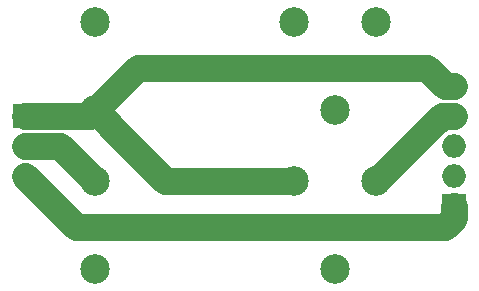
<source format=gbr>
G04 #@! TF.FileFunction,Copper,L1,Top,Signal*
%FSLAX46Y46*%
G04 Gerber Fmt 4.6, Leading zero omitted, Abs format (unit mm)*
G04 Created by KiCad (PCBNEW 4.0.7) date 02/15/19 15:12:50*
%MOMM*%
%LPD*%
G01*
G04 APERTURE LIST*
%ADD10C,0.100000*%
%ADD11C,2.500000*%
%ADD12O,1.998980X1.998980*%
%ADD13R,1.998980X1.998980*%
%ADD14C,2.300000*%
G04 APERTURE END LIST*
D10*
D11*
X125336000Y-85919000D03*
X125336000Y-78419000D03*
X145636000Y-85919000D03*
X149136000Y-78419000D03*
X142136000Y-78419000D03*
X125336000Y-99381000D03*
X125336000Y-91881000D03*
X145636000Y-99381000D03*
X149136000Y-91881000D03*
X142136000Y-91881000D03*
D12*
X155702000Y-86360000D03*
D13*
X155702000Y-93980000D03*
D12*
X155702000Y-91440000D03*
X155702000Y-88900000D03*
X155702000Y-83820000D03*
X119380000Y-91440000D03*
D13*
X119380000Y-86360000D03*
D12*
X119380000Y-88900000D03*
D14*
X126585999Y-87215999D02*
X131251000Y-91881000D01*
X131251000Y-91881000D02*
X142136000Y-91881000D01*
X125336000Y-85919000D02*
X126585999Y-87168999D01*
X126585999Y-87168999D02*
X126585999Y-87215999D01*
X119380000Y-86360000D02*
X124895000Y-86360000D01*
X124895000Y-86360000D02*
X125336000Y-85919000D01*
X153416000Y-82296000D02*
X128959000Y-82296000D01*
X128959000Y-82296000D02*
X125336000Y-85919000D01*
X155702000Y-83820000D02*
X154940000Y-83820000D01*
X154940000Y-83820000D02*
X153416000Y-82296000D01*
X119380000Y-88900000D02*
X122355000Y-88900000D01*
X122355000Y-88900000D02*
X125336000Y-91881000D01*
X149136000Y-91881000D02*
X154657000Y-86360000D01*
X154657000Y-86360000D02*
X155702000Y-86360000D01*
X119380000Y-91440000D02*
X123698000Y-95758000D01*
X123698000Y-95758000D02*
X154940000Y-95758000D01*
X154940000Y-95758000D02*
X155702000Y-94996000D01*
X155702000Y-94996000D02*
X155702000Y-93980000D01*
M02*

</source>
